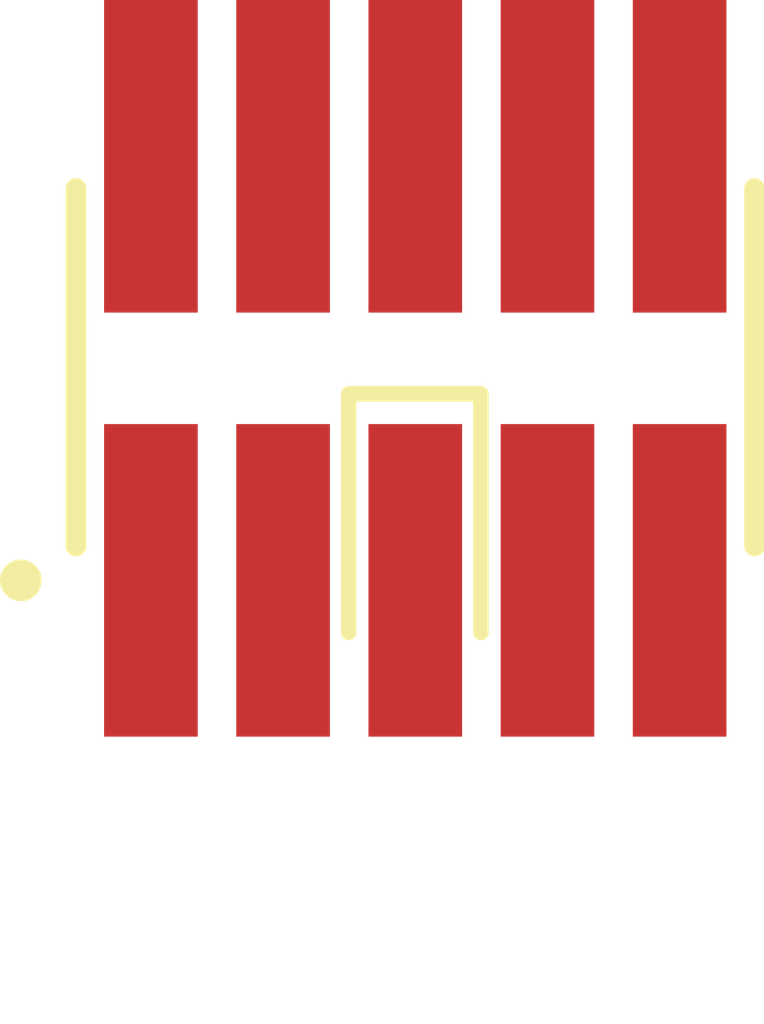
<source format=kicad_pcb>
(kicad_pcb (version 20241229) (generator "atopile") (generator_version "0.3.24")
  (layers (0 "F.Cu" signal) (31 "B.Cu" signal) (34 "B.Paste" user) (35 "F.Paste" user) (36 "B.SilkS" user "B.Silkscreen") (37 "F.SilkS" user "F.Silkscreen") (38 "B.Mask" user) (39 "F.Mask" user) (44 "Edge.Cuts" user))
  (net 0 "")
  (net 1 "line-5")
  (net 2 "line-2")
  (net 3 "net")
  (net 4 "line")
  (net 5 "line-4")
  (net 6 "line-1")
  (net 7 "hv")
  (net 8 "line-3")
  (net 9 "gnd")
  (footprint "atopile:CONN-SMD_FTSH-105-01-L-DV-K-TR-c0d174" (layer "F.Cu") (at 0 0 0)
    (property "Reference" "X1" (hide yes))
    (property "Value" "")
    (fp_line (start -0.64 2.54) (end -0.64 0.25) (stroke (width 0.15)) (layer "F.SilkS"))
    (fp_line (start -0.64 0.25) (end 0.63 0.25) (stroke (width 0.15)) (layer "F.SilkS"))
    (fp_line (start 0.63 0.25) (end 0.63 2.54) (stroke (width 0.15)) (layer "F.SilkS"))
    (fp_line (start -3.26 1.71) (end -3.26 -1.72) (stroke (width 0.2)) (layer "F.SilkS"))
    (fp_line (start 3.26 1.71) (end 3.26 -1.72) (stroke (width 0.2)) (layer "F.SilkS"))
    (fp_arc (start -3.69 2.04) (mid -3.8898750076311432 2.04499828477371) (end -3.6904996570135817 2.030015925401662) (stroke (width 0.2)) (layer "F.SilkS"))
    (pad "4" smd rect (at -1.27 -2.03 0) (size 0.9 3) (layers "F.Cu" "F.Paste" "F.Mask") (net 1 "line-5"))
    (pad "3" smd rect (at -1.27 2.04 0) (size 0.9 3) (layers "F.Cu" "F.Paste" "F.Mask") (net 9 "gnd"))
    (pad "2" smd rect (at -2.54 -2.03 0) (size 0.9 3) (layers "F.Cu" "F.Paste" "F.Mask") (net 5 "line-4"))
    (pad "1" smd rect (at -2.54 2.04 0) (size 0.9 3) (layers "F.Cu" "F.Paste" "F.Mask") (net 7 "hv"))
    (pad "10" smd rect (at 2.54 -2.03 0) (size 0.9 3) (layers "F.Cu" "F.Paste" "F.Mask") (net 2 "line-2"))
    (pad "9" smd rect (at 2.54 2.04 0) (size 0.9 3) (layers "F.Cu" "F.Paste" "F.Mask") (net 8 "line-3"))
    (pad "8" smd rect (at 1.27 -2.03 0) (size 0.9 3) (layers "F.Cu" "F.Paste" "F.Mask") (net 4 "line"))
    (pad "7" smd rect (at 1.27 2.04 0) (size 0.9 3) (layers "F.Cu" "F.Paste" "F.Mask") (net 3 "net"))
    (pad "6" smd rect (at 0 -2.03 0) (size 0.9 3) (layers "F.Cu" "F.Paste" "F.Mask") (net 6 "line-1"))
    (pad "5" smd rect (at 0 2.04 0) (size 0.9 3) (layers "F.Cu" "F.Paste" "F.Mask") (net 9 "gnd"))
  )
)
</source>
